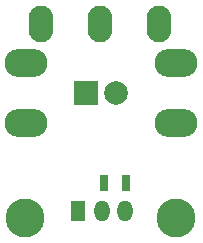
<source format=gts>
%TF.GenerationSoftware,KiCad,Pcbnew,4.0.7*%
%TF.CreationDate,2018-05-06T15:46:35+02:00*%
%TF.ProjectId,BasicModule-II,42617369634D6F64756C652D49492E6B,rev?*%
%TF.FileFunction,Soldermask,Top*%
%FSLAX46Y46*%
G04 Gerber Fmt 4.6, Leading zero omitted, Abs format (unit mm)*
G04 Created by KiCad (PCBNEW 4.0.7) date 05/06/18 15:46:35*
%MOMM*%
%LPD*%
G01*
G04 APERTURE LIST*
%ADD10C,0.100000*%
%ADD11O,2.100000X3.100000*%
%ADD12R,2.000000X2.100000*%
%ADD13C,2.000000*%
%ADD14O,3.648000X2.372000*%
%ADD15C,3.300000*%
%ADD16R,1.300000X1.800000*%
%ADD17O,1.300000X1.800000*%
%ADD18R,0.800000X1.400000*%
G04 APERTURE END LIST*
D10*
D11*
X-9525000Y-5842000D03*
X-4525000Y-5842000D03*
X-14525000Y-5842000D03*
D12*
X-10668000Y-11684000D03*
D13*
X-8128000Y-11684000D03*
D14*
X-3048000Y-9144000D03*
X-3048000Y-14224000D03*
X-15748000Y-9144000D03*
X-15748000Y-14224000D03*
D15*
X-3048000Y-22225000D03*
D16*
X-11379200Y-21691600D03*
D17*
X-9379200Y-21691600D03*
X-7379200Y-21691600D03*
D18*
X-9205000Y-19304000D03*
X-7305000Y-19304000D03*
D15*
X-15875000Y-22225000D03*
M02*

</source>
